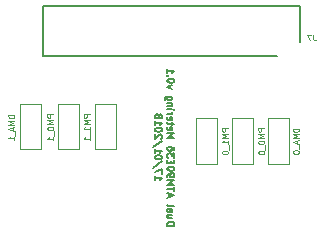
<source format=gbo>
G04 #@! TF.GenerationSoftware,KiCad,Pcbnew,(2018-01-07 revision 47989ccfc)-makepkg*
G04 #@! TF.CreationDate,2018-01-17T00:09:11+10:30*
G04 #@! TF.ProjectId,din_meter_atm90e36,64696E5F6D657465725F61746D393065,rev?*
G04 #@! TF.SameCoordinates,Original*
G04 #@! TF.FileFunction,Legend,Bot*
G04 #@! TF.FilePolarity,Positive*
%FSLAX46Y46*%
G04 Gerber Fmt 4.6, Leading zero omitted, Abs format (unit mm)*
G04 Created by KiCad (PCBNEW (2018-01-07 revision 47989ccfc)-makepkg) date 01/17/18 00:09:11*
%MOMM*%
%LPD*%
G01*
G04 APERTURE LIST*
%ADD10C,0.150000*%
%ADD11C,0.120000*%
%ADD12C,0.200000*%
%ADD13C,0.125000*%
G04 APERTURE END LIST*
D10*
X145655571Y-76921571D02*
X146255571Y-76921571D01*
X146255571Y-76778714D01*
X146227000Y-76693000D01*
X146169857Y-76635857D01*
X146112714Y-76607285D01*
X145998428Y-76578714D01*
X145912714Y-76578714D01*
X145798428Y-76607285D01*
X145741285Y-76635857D01*
X145684142Y-76693000D01*
X145655571Y-76778714D01*
X145655571Y-76921571D01*
X146055571Y-76064428D02*
X145655571Y-76064428D01*
X146055571Y-76321571D02*
X145741285Y-76321571D01*
X145684142Y-76293000D01*
X145655571Y-76235857D01*
X145655571Y-76150142D01*
X145684142Y-76093000D01*
X145712714Y-76064428D01*
X145655571Y-75521571D02*
X145969857Y-75521571D01*
X146027000Y-75550142D01*
X146055571Y-75607285D01*
X146055571Y-75721571D01*
X146027000Y-75778714D01*
X145684142Y-75521571D02*
X145655571Y-75578714D01*
X145655571Y-75721571D01*
X145684142Y-75778714D01*
X145741285Y-75807285D01*
X145798428Y-75807285D01*
X145855571Y-75778714D01*
X145884142Y-75721571D01*
X145884142Y-75578714D01*
X145912714Y-75521571D01*
X145655571Y-75150142D02*
X145684142Y-75207285D01*
X145741285Y-75235857D01*
X146255571Y-75235857D01*
X145827000Y-74493000D02*
X145827000Y-74207285D01*
X145655571Y-74550142D02*
X146255571Y-74350142D01*
X145655571Y-74150142D01*
X146255571Y-74035857D02*
X146255571Y-73693000D01*
X145655571Y-73864428D02*
X146255571Y-73864428D01*
X145655571Y-73493000D02*
X146255571Y-73493000D01*
X145827000Y-73293000D01*
X146255571Y-73093000D01*
X145655571Y-73093000D01*
X145655571Y-72778714D02*
X145655571Y-72664428D01*
X145684142Y-72607285D01*
X145712714Y-72578714D01*
X145798428Y-72521571D01*
X145912714Y-72493000D01*
X146141285Y-72493000D01*
X146198428Y-72521571D01*
X146227000Y-72550142D01*
X146255571Y-72607285D01*
X146255571Y-72721571D01*
X146227000Y-72778714D01*
X146198428Y-72807285D01*
X146141285Y-72835857D01*
X145998428Y-72835857D01*
X145941285Y-72807285D01*
X145912714Y-72778714D01*
X145884142Y-72721571D01*
X145884142Y-72607285D01*
X145912714Y-72550142D01*
X145941285Y-72521571D01*
X145998428Y-72493000D01*
X146255571Y-72121571D02*
X146255571Y-72064428D01*
X146227000Y-72007285D01*
X146198428Y-71978714D01*
X146141285Y-71950142D01*
X146027000Y-71921571D01*
X145884142Y-71921571D01*
X145769857Y-71950142D01*
X145712714Y-71978714D01*
X145684142Y-72007285D01*
X145655571Y-72064428D01*
X145655571Y-72121571D01*
X145684142Y-72178714D01*
X145712714Y-72207285D01*
X145769857Y-72235857D01*
X145884142Y-72264428D01*
X146027000Y-72264428D01*
X146141285Y-72235857D01*
X146198428Y-72207285D01*
X146227000Y-72178714D01*
X146255571Y-72121571D01*
X145969857Y-71664428D02*
X145969857Y-71464428D01*
X145655571Y-71378714D02*
X145655571Y-71664428D01*
X146255571Y-71664428D01*
X146255571Y-71378714D01*
X146255571Y-71178714D02*
X146255571Y-70807285D01*
X146027000Y-71007285D01*
X146027000Y-70921571D01*
X145998428Y-70864428D01*
X145969857Y-70835857D01*
X145912714Y-70807285D01*
X145769857Y-70807285D01*
X145712714Y-70835857D01*
X145684142Y-70864428D01*
X145655571Y-70921571D01*
X145655571Y-71093000D01*
X145684142Y-71150142D01*
X145712714Y-71178714D01*
X146255571Y-70293000D02*
X146255571Y-70407285D01*
X146227000Y-70464428D01*
X146198428Y-70493000D01*
X146112714Y-70550142D01*
X145998428Y-70578714D01*
X145769857Y-70578714D01*
X145712714Y-70550142D01*
X145684142Y-70521571D01*
X145655571Y-70464428D01*
X145655571Y-70350142D01*
X145684142Y-70293000D01*
X145712714Y-70264428D01*
X145769857Y-70235857D01*
X145912714Y-70235857D01*
X145969857Y-70264428D01*
X145998428Y-70293000D01*
X146027000Y-70350142D01*
X146027000Y-70464428D01*
X145998428Y-70521571D01*
X145969857Y-70550142D01*
X145912714Y-70578714D01*
X145655571Y-69521571D02*
X146255571Y-69521571D01*
X145827000Y-69321571D01*
X146255571Y-69121571D01*
X145655571Y-69121571D01*
X145684142Y-68607285D02*
X145655571Y-68664428D01*
X145655571Y-68778714D01*
X145684142Y-68835857D01*
X145741285Y-68864428D01*
X145969857Y-68864428D01*
X146027000Y-68835857D01*
X146055571Y-68778714D01*
X146055571Y-68664428D01*
X146027000Y-68607285D01*
X145969857Y-68578714D01*
X145912714Y-68578714D01*
X145855571Y-68864428D01*
X146055571Y-68407285D02*
X146055571Y-68178714D01*
X146255571Y-68321571D02*
X145741285Y-68321571D01*
X145684142Y-68293000D01*
X145655571Y-68235857D01*
X145655571Y-68178714D01*
X145684142Y-67750142D02*
X145655571Y-67807285D01*
X145655571Y-67921571D01*
X145684142Y-67978714D01*
X145741285Y-68007285D01*
X145969857Y-68007285D01*
X146027000Y-67978714D01*
X146055571Y-67921571D01*
X146055571Y-67807285D01*
X146027000Y-67750142D01*
X145969857Y-67721571D01*
X145912714Y-67721571D01*
X145855571Y-68007285D01*
X145655571Y-67464428D02*
X146055571Y-67464428D01*
X145941285Y-67464428D02*
X145998428Y-67435857D01*
X146027000Y-67407285D01*
X146055571Y-67350142D01*
X146055571Y-67293000D01*
X145655571Y-67093000D02*
X146055571Y-67093000D01*
X146255571Y-67093000D02*
X146227000Y-67121571D01*
X146198428Y-67093000D01*
X146227000Y-67064428D01*
X146255571Y-67093000D01*
X146198428Y-67093000D01*
X146055571Y-66807285D02*
X145655571Y-66807285D01*
X145998428Y-66807285D02*
X146027000Y-66778714D01*
X146055571Y-66721571D01*
X146055571Y-66635857D01*
X146027000Y-66578714D01*
X145969857Y-66550142D01*
X145655571Y-66550142D01*
X146055571Y-66007285D02*
X145569857Y-66007285D01*
X145512714Y-66035857D01*
X145484142Y-66064428D01*
X145455571Y-66121571D01*
X145455571Y-66207285D01*
X145484142Y-66264428D01*
X145684142Y-66007285D02*
X145655571Y-66064428D01*
X145655571Y-66178714D01*
X145684142Y-66235857D01*
X145712714Y-66264428D01*
X145769857Y-66293000D01*
X145941285Y-66293000D01*
X145998428Y-66264428D01*
X146027000Y-66235857D01*
X146055571Y-66178714D01*
X146055571Y-66064428D01*
X146027000Y-66007285D01*
X146055571Y-65321571D02*
X145655571Y-65178714D01*
X146055571Y-65035857D01*
X146255571Y-64693000D02*
X146255571Y-64635857D01*
X146227000Y-64578714D01*
X146198428Y-64550142D01*
X146141285Y-64521571D01*
X146027000Y-64493000D01*
X145884142Y-64493000D01*
X145769857Y-64521571D01*
X145712714Y-64550142D01*
X145684142Y-64578714D01*
X145655571Y-64635857D01*
X145655571Y-64693000D01*
X145684142Y-64750142D01*
X145712714Y-64778714D01*
X145769857Y-64807285D01*
X145884142Y-64835857D01*
X146027000Y-64835857D01*
X146141285Y-64807285D01*
X146198428Y-64778714D01*
X146227000Y-64750142D01*
X146255571Y-64693000D01*
X145712714Y-64235857D02*
X145684142Y-64207285D01*
X145655571Y-64235857D01*
X145684142Y-64264428D01*
X145712714Y-64235857D01*
X145655571Y-64235857D01*
X145655571Y-63635857D02*
X145655571Y-63978714D01*
X145655571Y-63807285D02*
X146255571Y-63807285D01*
X146169857Y-63864428D01*
X146112714Y-63921571D01*
X146084142Y-63978714D01*
X144605571Y-72750142D02*
X144605571Y-73093000D01*
X144605571Y-72921571D02*
X145205571Y-72921571D01*
X145119857Y-72978714D01*
X145062714Y-73035857D01*
X145034142Y-73093000D01*
X145205571Y-72550142D02*
X145205571Y-72150142D01*
X144605571Y-72407285D01*
X145234142Y-71493000D02*
X144462714Y-72007285D01*
X145205571Y-71178714D02*
X145205571Y-71121571D01*
X145177000Y-71064428D01*
X145148428Y-71035857D01*
X145091285Y-71007285D01*
X144977000Y-70978714D01*
X144834142Y-70978714D01*
X144719857Y-71007285D01*
X144662714Y-71035857D01*
X144634142Y-71064428D01*
X144605571Y-71121571D01*
X144605571Y-71178714D01*
X144634142Y-71235857D01*
X144662714Y-71264428D01*
X144719857Y-71293000D01*
X144834142Y-71321571D01*
X144977000Y-71321571D01*
X145091285Y-71293000D01*
X145148428Y-71264428D01*
X145177000Y-71235857D01*
X145205571Y-71178714D01*
X144605571Y-70407285D02*
X144605571Y-70750142D01*
X144605571Y-70578714D02*
X145205571Y-70578714D01*
X145119857Y-70635857D01*
X145062714Y-70693000D01*
X145034142Y-70750142D01*
X145234142Y-69721571D02*
X144462714Y-70235857D01*
X145148428Y-69550142D02*
X145177000Y-69521571D01*
X145205571Y-69464428D01*
X145205571Y-69321571D01*
X145177000Y-69264428D01*
X145148428Y-69235857D01*
X145091285Y-69207285D01*
X145034142Y-69207285D01*
X144948428Y-69235857D01*
X144605571Y-69578714D01*
X144605571Y-69207285D01*
X145205571Y-68835857D02*
X145205571Y-68778714D01*
X145177000Y-68721571D01*
X145148428Y-68693000D01*
X145091285Y-68664428D01*
X144977000Y-68635857D01*
X144834142Y-68635857D01*
X144719857Y-68664428D01*
X144662714Y-68693000D01*
X144634142Y-68721571D01*
X144605571Y-68778714D01*
X144605571Y-68835857D01*
X144634142Y-68893000D01*
X144662714Y-68921571D01*
X144719857Y-68950142D01*
X144834142Y-68978714D01*
X144977000Y-68978714D01*
X145091285Y-68950142D01*
X145148428Y-68921571D01*
X145177000Y-68893000D01*
X145205571Y-68835857D01*
X144605571Y-68064428D02*
X144605571Y-68407285D01*
X144605571Y-68235857D02*
X145205571Y-68235857D01*
X145119857Y-68293000D01*
X145062714Y-68350142D01*
X145034142Y-68407285D01*
X144948428Y-67721571D02*
X144977000Y-67778714D01*
X145005571Y-67807285D01*
X145062714Y-67835857D01*
X145091285Y-67835857D01*
X145148428Y-67807285D01*
X145177000Y-67778714D01*
X145205571Y-67721571D01*
X145205571Y-67607285D01*
X145177000Y-67550142D01*
X145148428Y-67521571D01*
X145091285Y-67493000D01*
X145062714Y-67493000D01*
X145005571Y-67521571D01*
X144977000Y-67550142D01*
X144948428Y-67607285D01*
X144948428Y-67721571D01*
X144919857Y-67778714D01*
X144891285Y-67807285D01*
X144834142Y-67835857D01*
X144719857Y-67835857D01*
X144662714Y-67807285D01*
X144634142Y-67778714D01*
X144605571Y-67721571D01*
X144605571Y-67607285D01*
X144634142Y-67550142D01*
X144662714Y-67521571D01*
X144719857Y-67493000D01*
X144834142Y-67493000D01*
X144891285Y-67521571D01*
X144919857Y-67550142D01*
X144948428Y-67607285D01*
D11*
X149878000Y-67853600D02*
X148098000Y-67853600D01*
X148098000Y-71673600D02*
X148098000Y-67853600D01*
X149878000Y-71673600D02*
X148098000Y-71673600D01*
X149878000Y-67853600D02*
X149878000Y-71673600D01*
X138158000Y-66613600D02*
X138158000Y-70433600D01*
X138158000Y-70433600D02*
X136378000Y-70433600D01*
X136378000Y-70433600D02*
X136378000Y-66613600D01*
X138158000Y-66613600D02*
X136378000Y-66613600D01*
X152926000Y-67853600D02*
X151146000Y-67853600D01*
X151146000Y-71673600D02*
X151146000Y-67853600D01*
X152926000Y-71673600D02*
X151146000Y-71673600D01*
X152926000Y-67853600D02*
X152926000Y-71673600D01*
X155962000Y-67853600D02*
X155962000Y-71673600D01*
X155962000Y-71673600D02*
X154182000Y-71673600D01*
X154182000Y-71673600D02*
X154182000Y-67853600D01*
X155962000Y-67853600D02*
X154182000Y-67853600D01*
X134932000Y-66613600D02*
X133152000Y-66613600D01*
X133152000Y-70433600D02*
X133152000Y-66613600D01*
X134932000Y-70433600D02*
X133152000Y-70433600D01*
X134932000Y-66613600D02*
X134932000Y-70433600D01*
X141307000Y-66613600D02*
X141307000Y-70433600D01*
X141307000Y-70433600D02*
X139527000Y-70433600D01*
X139527000Y-70433600D02*
X139527000Y-66613600D01*
X141307000Y-66613600D02*
X139527000Y-66613600D01*
D12*
X156857000Y-58341000D02*
X156857000Y-61341000D01*
X135157000Y-58341000D02*
X156857000Y-58341000D01*
X135157000Y-62541000D02*
X135157000Y-58341000D01*
X154907000Y-62541000D02*
X135157000Y-62541000D01*
D13*
X150788990Y-68680266D02*
X150288990Y-68680266D01*
X150288990Y-68870742D01*
X150312800Y-68918361D01*
X150336609Y-68942171D01*
X150384228Y-68965980D01*
X150455657Y-68965980D01*
X150503276Y-68942171D01*
X150527085Y-68918361D01*
X150550895Y-68870742D01*
X150550895Y-68680266D01*
X150788990Y-69180266D02*
X150288990Y-69180266D01*
X150646133Y-69346933D01*
X150288990Y-69513600D01*
X150788990Y-69513600D01*
X150788990Y-70013600D02*
X150788990Y-69727885D01*
X150788990Y-69870742D02*
X150288990Y-69870742D01*
X150360419Y-69823123D01*
X150408038Y-69775504D01*
X150431847Y-69727885D01*
X150836609Y-70108838D02*
X150836609Y-70489790D01*
X150288990Y-70704076D02*
X150288990Y-70751695D01*
X150312800Y-70799314D01*
X150336609Y-70823123D01*
X150384228Y-70846933D01*
X150479466Y-70870742D01*
X150598514Y-70870742D01*
X150693752Y-70846933D01*
X150741371Y-70823123D01*
X150765180Y-70799314D01*
X150788990Y-70751695D01*
X150788990Y-70704076D01*
X150765180Y-70656457D01*
X150741371Y-70632647D01*
X150693752Y-70608838D01*
X150598514Y-70585028D01*
X150479466Y-70585028D01*
X150384228Y-70608838D01*
X150336609Y-70632647D01*
X150312800Y-70656457D01*
X150288990Y-70704076D01*
X135995590Y-67516466D02*
X135495590Y-67516466D01*
X135495590Y-67706942D01*
X135519400Y-67754561D01*
X135543209Y-67778371D01*
X135590828Y-67802180D01*
X135662257Y-67802180D01*
X135709876Y-67778371D01*
X135733685Y-67754561D01*
X135757495Y-67706942D01*
X135757495Y-67516466D01*
X135995590Y-68016466D02*
X135495590Y-68016466D01*
X135852733Y-68183133D01*
X135495590Y-68349800D01*
X135995590Y-68349800D01*
X135495590Y-68683133D02*
X135495590Y-68730752D01*
X135519400Y-68778371D01*
X135543209Y-68802180D01*
X135590828Y-68825990D01*
X135686066Y-68849800D01*
X135805114Y-68849800D01*
X135900352Y-68825990D01*
X135947971Y-68802180D01*
X135971780Y-68778371D01*
X135995590Y-68730752D01*
X135995590Y-68683133D01*
X135971780Y-68635514D01*
X135947971Y-68611704D01*
X135900352Y-68587895D01*
X135805114Y-68564085D01*
X135686066Y-68564085D01*
X135590828Y-68587895D01*
X135543209Y-68611704D01*
X135519400Y-68635514D01*
X135495590Y-68683133D01*
X136043209Y-68945038D02*
X136043209Y-69325990D01*
X135995590Y-69706942D02*
X135995590Y-69421228D01*
X135995590Y-69564085D02*
X135495590Y-69564085D01*
X135567019Y-69516466D01*
X135614638Y-69468847D01*
X135638447Y-69421228D01*
X153862390Y-68680266D02*
X153362390Y-68680266D01*
X153362390Y-68870742D01*
X153386200Y-68918361D01*
X153410009Y-68942171D01*
X153457628Y-68965980D01*
X153529057Y-68965980D01*
X153576676Y-68942171D01*
X153600485Y-68918361D01*
X153624295Y-68870742D01*
X153624295Y-68680266D01*
X153862390Y-69180266D02*
X153362390Y-69180266D01*
X153719533Y-69346933D01*
X153362390Y-69513600D01*
X153862390Y-69513600D01*
X153362390Y-69846933D02*
X153362390Y-69894552D01*
X153386200Y-69942171D01*
X153410009Y-69965980D01*
X153457628Y-69989790D01*
X153552866Y-70013600D01*
X153671914Y-70013600D01*
X153767152Y-69989790D01*
X153814771Y-69965980D01*
X153838580Y-69942171D01*
X153862390Y-69894552D01*
X153862390Y-69846933D01*
X153838580Y-69799314D01*
X153814771Y-69775504D01*
X153767152Y-69751695D01*
X153671914Y-69727885D01*
X153552866Y-69727885D01*
X153457628Y-69751695D01*
X153410009Y-69775504D01*
X153386200Y-69799314D01*
X153362390Y-69846933D01*
X153910009Y-70108838D02*
X153910009Y-70489790D01*
X153362390Y-70704076D02*
X153362390Y-70751695D01*
X153386200Y-70799314D01*
X153410009Y-70823123D01*
X153457628Y-70846933D01*
X153552866Y-70870742D01*
X153671914Y-70870742D01*
X153767152Y-70846933D01*
X153814771Y-70823123D01*
X153838580Y-70799314D01*
X153862390Y-70751695D01*
X153862390Y-70704076D01*
X153838580Y-70656457D01*
X153814771Y-70632647D01*
X153767152Y-70608838D01*
X153671914Y-70585028D01*
X153552866Y-70585028D01*
X153457628Y-70608838D01*
X153410009Y-70632647D01*
X153386200Y-70656457D01*
X153362390Y-70704076D01*
X156796790Y-68704076D02*
X156296790Y-68704076D01*
X156296790Y-68823123D01*
X156320600Y-68894552D01*
X156368219Y-68942171D01*
X156415838Y-68965980D01*
X156511076Y-68989790D01*
X156582504Y-68989790D01*
X156677742Y-68965980D01*
X156725361Y-68942171D01*
X156772980Y-68894552D01*
X156796790Y-68823123D01*
X156796790Y-68704076D01*
X156796790Y-69204076D02*
X156296790Y-69204076D01*
X156653933Y-69370742D01*
X156296790Y-69537409D01*
X156796790Y-69537409D01*
X156653933Y-69751695D02*
X156653933Y-69989790D01*
X156796790Y-69704076D02*
X156296790Y-69870742D01*
X156796790Y-70037409D01*
X156844409Y-70085028D02*
X156844409Y-70465980D01*
X156296790Y-70680266D02*
X156296790Y-70727885D01*
X156320600Y-70775504D01*
X156344409Y-70799314D01*
X156392028Y-70823123D01*
X156487266Y-70846933D01*
X156606314Y-70846933D01*
X156701552Y-70823123D01*
X156749171Y-70799314D01*
X156772980Y-70775504D01*
X156796790Y-70727885D01*
X156796790Y-70680266D01*
X156772980Y-70632647D01*
X156749171Y-70608838D01*
X156701552Y-70585028D01*
X156606314Y-70561219D01*
X156487266Y-70561219D01*
X156392028Y-70585028D01*
X156344409Y-70608838D01*
X156320600Y-70632647D01*
X156296790Y-70680266D01*
X132706090Y-67540276D02*
X132206090Y-67540276D01*
X132206090Y-67659323D01*
X132229900Y-67730752D01*
X132277519Y-67778371D01*
X132325138Y-67802180D01*
X132420376Y-67825990D01*
X132491804Y-67825990D01*
X132587042Y-67802180D01*
X132634661Y-67778371D01*
X132682280Y-67730752D01*
X132706090Y-67659323D01*
X132706090Y-67540276D01*
X132706090Y-68040276D02*
X132206090Y-68040276D01*
X132563233Y-68206942D01*
X132206090Y-68373609D01*
X132706090Y-68373609D01*
X132563233Y-68587895D02*
X132563233Y-68825990D01*
X132706090Y-68540276D02*
X132206090Y-68706942D01*
X132706090Y-68873609D01*
X132753709Y-68921228D02*
X132753709Y-69302180D01*
X132706090Y-69683133D02*
X132706090Y-69397419D01*
X132706090Y-69540276D02*
X132206090Y-69540276D01*
X132277519Y-69492657D01*
X132325138Y-69445038D01*
X132348947Y-69397419D01*
X139068390Y-67516466D02*
X138568390Y-67516466D01*
X138568390Y-67706942D01*
X138592200Y-67754561D01*
X138616009Y-67778371D01*
X138663628Y-67802180D01*
X138735057Y-67802180D01*
X138782676Y-67778371D01*
X138806485Y-67754561D01*
X138830295Y-67706942D01*
X138830295Y-67516466D01*
X139068390Y-68016466D02*
X138568390Y-68016466D01*
X138925533Y-68183133D01*
X138568390Y-68349800D01*
X139068390Y-68349800D01*
X139068390Y-68849800D02*
X139068390Y-68564085D01*
X139068390Y-68706942D02*
X138568390Y-68706942D01*
X138639819Y-68659323D01*
X138687438Y-68611704D01*
X138711247Y-68564085D01*
X139116009Y-68945038D02*
X139116009Y-69325990D01*
X139068390Y-69706942D02*
X139068390Y-69421228D01*
X139068390Y-69564085D02*
X138568390Y-69564085D01*
X138639819Y-69516466D01*
X138687438Y-69468847D01*
X138711247Y-69421228D01*
X158014666Y-60748190D02*
X158014666Y-61105333D01*
X158038476Y-61176761D01*
X158086095Y-61224380D01*
X158157523Y-61248190D01*
X158205142Y-61248190D01*
X157824190Y-60748190D02*
X157490857Y-60748190D01*
X157705142Y-61248190D01*
M02*

</source>
